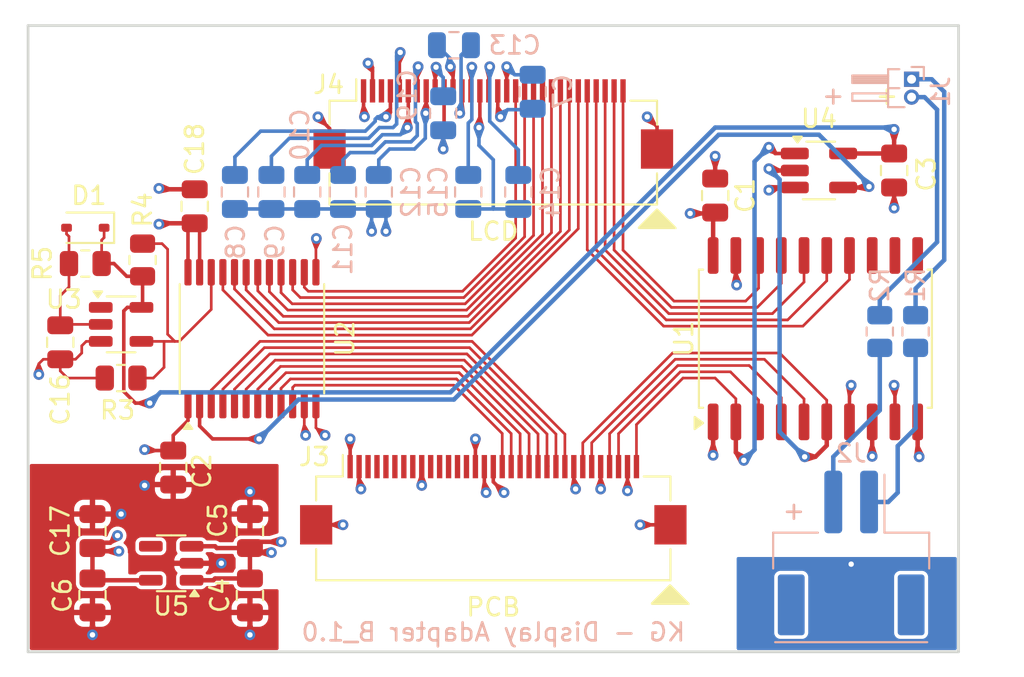
<source format=kicad_pcb>
(kicad_pcb (version 20240108) (generator "pcbnew") (generator_version "8.0")
  (layers (0 "F.Cu" signal) (1 "In1.Cu" signal) (2 "In2.Cu" signal) (31 "B.Cu" signal) (34 "B.Paste" user) (35 "F.Paste" user) (36 "B.SilkS" user "B.Silkscreen") (37 "F.SilkS" user "F.Silkscreen") (38 "B.Mask" user) (39 "F.Mask" user) (44 "Edge.Cuts" user))
  (net 0 "")
  (net 1 "+3V3")
  (net 2 "GND")
  (net 3 "+5V")
  (net 4 "Net-(J4-Pin_15)")
  (net 5 "Net-(J4-Pin_27)")
  (net 6 "Net-(J4-Pin_26)")
  (net 7 "Net-(J4-Pin_25)")
  (net 8 "Net-(J4-Pin_24)")
  (net 9 "Net-(J4-Pin_23)")
  (net 10 "Net-(J4-Pin_20)")
  (net 11 "Net-(J4-Pin_19)")
  (net 12 "Net-(J4-Pin_17)")
  (net 13 "Net-(J4-Pin_16)")
  (net 14 "Net-(J4-Pin_18)")
  (net 15 "Net-(J1-Pin_2)")
  (net 16 "Net-(J1-Pin_1)")
  (net 17 "Net-(J2-Pin_1)")
  (net 18 "Net-(J2-Pin_2)")
  (net 19 "/PCB_CS")
  (net 20 "/PCB_D6")
  (net 23 "/PCB_D7")
  (net 24 "/PCB_D3")
  (net 25 "/PCB_RD")
  (net 28 "/PCB_A0")
  (net 29 "/PCB_D4")
  (net 31 "/PCB_RES")
  (net 32 "/PCB_D2")
  (net 35 "/PCB_D0")
  (net 37 "/PCB_D5")
  (net 38 "/PCB_WR")
  (net 41 "/PCB_D1")
  (net 43 "/DISP_A0")
  (net 44 "/DISP_D1")
  (net 46 "/DISP_D5")
  (net 47 "/DISP_D4")
  (net 48 "/DISP_D2")
  (net 49 "/DISP_D3")
  (net 50 "/DISP_CS")
  (net 51 "/DISP_D7")
  (net 52 "/DISP_RD")
  (net 53 "/DISP_D6")
  (net 54 "/DISP_WR")
  (net 55 "/DISP_RES")
  (net 56 "/DISP_D0")
  (net 60 "Net-(U2-DIR)")
  (net 62 "Net-(D1-A)")
  (net 63 "Net-(U2-~{OE})")
  (footprint "Capacitor_SMD:C_0805_2012Metric" (layer "F.Cu") (at 177.975008 111.884999 90)
    (property "Reference" "C3")
    (property "Value" "100n")
  )
  (footprint "Capacitor_SMD:C_0805_2012Metric" (layer "F.Cu") (at 138.887508 113.884999 90)
    (property "Reference" "C18")
    (property "Value" "100n")
  )
  (footprint "Capacitor_SMD:C_0805_2012Metric" (layer "F.Cu") (at 137.687508 128.484999 90)
    (property "Reference" "C2")
    (property "Value" "100n")
  )
  (footprint "Package_TO_SOT_SMD:SOT-23-5" (layer "F.Cu") (at 134.775008 120.484999)
    (property "Reference" "U3")
    (property "Value" "SN74LVC1G14DBV")
  )
  (footprint "Capacitor_SMD:C_0805_2012Metric" (layer "F.Cu") (at 131.375008 121.484999 90)
    (property "Reference" "C16")
    (property "Value" "4u7")
  )
  (footprint "Capacitor_SMD:C_0805_2012Metric" (layer "F.Cu") (at 141.975008 132.034999 -90)
    (property "Reference" "C5")
    (property "Value" "10u")
  )
  (footprint "Package_SO:TSSOP-24_6.1x7.8mm_P0.65mm" (layer "F.Cu") (at 142.087508 121.284999 90)
    (property "Reference" "U2")
    (property "Value" "SN74LVC8T245")
  )
  (footprint "Resistor_SMD:R_0805_2012Metric" (layer "F.Cu") (at 132.775008 117.084999)
    (property "Reference" "R5")
    (property "Value" "25K")
  )
  (footprint "Capacitor_SMD:C_0805_2012Metric" (layer "F.Cu") (at 141.975008 135.634999 90)
    (property "Reference" "C4")
    (property "Value" "100n")
  )
  (footprint "Package_TO_SOT_SMD:SOT-23-5_HandSoldering" (layer "F.Cu") (at 173.775008 111.884999)
    (property "Reference" "U4")
    (property "Value" "NC7SZ32M5X")
  )
  (footprint "Package_SO:SOIC-20W_7.5x12.8mm_P1.27mm" (layer "F.Cu") (at 173.575008 121.284999 90)
    (property "Reference" "U1")
    (property "Value" "SN74LVC245APW")
  )
  (footprint "Package_TO_SOT_SMD:SOT-23-5" (layer "F.Cu") (at 137.575008 133.834999 180)
    (property "Reference" "U5")
    (property "Value" "TLV73333PDBV")
  )
  (footprint "Diode_SMD:D_SOD-323" (layer "F.Cu") (at 132.775008 115.084999 180)
    (property "Reference" "D1")
    (property "Value" "D")
  )
  (footprint "Library:Hirose_FH12-30S-0.5SH_1x30-1MP_P0.50mm_Horizontal_Reversed" (layer "F.Cu") (at 155.575008 109.284999)
    (property "Reference" "J4")
    (property "Value" "FFC 30Pin, FH12-30S-0.5SH")
  )
  (footprint "Capacitor_SMD:C_0805_2012Metric" (layer "F.Cu") (at 133.175008 135.634999 90)
    (property "Reference" "C6")
    (property "Value" "100n")
  )
  (footprint "Capacitor_SMD:C_0805_2012Metric" (layer "F.Cu") (at 133.175008 132.034999 -90)
    (property "Reference" "C17")
    (property "Value" "10u")
  )
  (footprint "Capacitor_SMD:C_0805_2012Metric" (layer "F.Cu") (at 167.975008 113.284999 -90)
    (property "Reference" "C1")
    (property "Value" "100n")
  )
  (footprint "Resistor_SMD:R_0805_2012Metric" (layer "F.Cu") (at 134.775008 123.484999)
    (property "Reference" "R3")
    (property "Value" "DNP")
  )
  (footprint "Library:Hirose_FH12-33S-0.5SH_1x33-1MP_P0.50mm_Horizontal_reversed" (layer "F.Cu") (at 155.575008 130.284999)
    (property "Reference" "J3")
    (property "Value" "FFC 33Pin, FH12-33S-0.5SH")
  )
  (footprint "Resistor_SMD:R_0805_2012Metric" (layer "F.Cu") (at 135.975008 116.884999 -90)
    (property "Reference" "R4")
    (property "Value" "10K")
  )
  (footprint "Capacitor_SMD:C_0805_2012Metric" (layer "B.Cu") (at 152.775008 108.684999 -90)
    (property "Reference" "C19")
    (property "Value" "100n")
  )
  (footprint "Capacitor_SMD:C_0805_2012Metric" (layer "B.Cu") (at 153.375008 104.884999)
    (property "Reference" "C13")
    (property "Value" "1.5u")
  )
  (footprint "Capacitor_SMD:C_0805_2012Metric" (layer "B.Cu") (at 156.975008 113.084999 -90)
    (property "Reference" "C14")
    (property "Value" "1.5u")
  )
  (footprint "Capacitor_SMD:C_0805_2012Metric" (layer "B.Cu") (at 141.135008 113.084999 90)
    (property "Reference" "C8")
    (property "Value" "1.5u")
  )
  (footprint "Resistor_SMD:R_0805_2012Metric" (layer "B.Cu") (at 179.175008 120.884999 -90)
    (property "Reference" "R1")
    (property "Value" "160")
  )
  (footprint "Library:CJT_A2001WR-S-2P_SMT_1x02-1MP_P2.00mm_Horizontal" (layer "B.Cu") (at 175.575008 133.284999 180)
    (property "Reference" "J2")
    (property "Value" "CJT_A2001WR-S-2P_SMT")
  )
  (footprint "Capacitor_SMD:C_0805_2012Metric" (layer "B.Cu") (at 145.175008 113.084999 -90)
    (property "Reference" "C10")
    (property "Value" "1.5u")
  )
  (footprint "Capacitor_SMD:C_0805_2012Metric" (layer "B.Cu") (at 143.175008 113.084999 -90)
    (property "Reference" "C9")
    (property "Value" "1.5u")
  )
  (footprint "Capacitor_SMD:C_0805_2012Metric" (layer "B.Cu") (at 149.175008 113.084999 -90)
    (property "Reference" "C12")
    (property "Value" "1.5u")
  )
  (footprint "Resistor_SMD:R_0805_2012Metric" (layer "B.Cu") (at 177.175008 120.884999 -90)
    (property "Reference" "R2")
    (property "Value" "160")
  )
  (footprint "Capacitor_SMD:C_0805_2012Metric" (layer "B.Cu") (at 147.175008 113.084999 -90)
    (property "Reference" "C11")
    (property "Value" "1.5u")
  )
  (footprint "Capacitor_SMD:C_0805_2012Metric" (layer "B.Cu") (at 157.775008 107.484999 90)
    (property "Reference" "C7")
    (property "Value" "1.5u")
  )
  (footprint "Capacitor_SMD:C_0805_2012Metric" (layer "B.Cu") (at 154.175008 113.084999 -90)
    (property "Reference" "C15")
    (property "Value" "1.5u")
  )
  (footprint "Connector_PinHeader_1.00mm:PinHeader_1x02_P1.00mm_Horizontal" (layer "B.Cu") (at 178.950008 106.784999 180)
    (property "Reference" "J1")
    (property "Value" "Conn_01x02")
  )
  (gr_poly (pts (xy 165.725008 115.084999) (xy 163.725008 115.084999) (xy 164.725008 114.084999)) (stroke (width 0.15)) (fill solid) (layer "F.SilkS"))
  (gr_poly (pts (xy 166.453101 136.084999) (xy 164.453101 136.084999) (xy 165.453101 135.084999)) (stroke (width 0.15)) (fill solid) (layer "F.SilkS"))
  (gr_line (start 129.575008 138.784999) (end 129.575008 103.784999) (stroke (width 0.15)) (layer "Edge.Cuts"))
  (gr_line (start 181.575008 138.784999) (end 181.575008 103.784999) (stroke (width 0.15)) (layer "Edge.Cuts"))
  (gr_line (start 129.575008 103.784999) (end 181.575008 103.784999) (stroke (width 0.15)) (layer "Edge.Cuts"))
  (gr_line (start 181.575008 138.784999) (end 129.575008 138.784999) (stroke (width 0.15)) (layer "Edge.Cuts"))
  (gr_text "+" (at 174.575008 107.684999 0) (layer "B.SilkS") (effects (font (size 1 1)) (justify mirror)))
  (gr_text "+" (at 172.375008 130.884999 0) (layer "B.SilkS") (effects (font (size 1 1)) (justify mirror)))
  (gr_text "KG - Display Adapter B_1.0" (at 155.575008 137.684999 0) (layer "B.SilkS") (effects (font (size 1 1)) (justify mirror)))
  (gr_text "+" (at 177.575008 107.684999 0) (layer "F.SilkS") (effects (font (size 1 1)) (justify mirror)))
  (gr_text "LCD" (at 155.575008 115.284999 0) (layer "F.SilkS") (effects (font (size 1 1))))
  (gr_text "PCB" (at 155.575008 136.284999 0) (layer "F.SilkS") (effects (font (size 1 1))))
  (segment (start 136.937508 114.834999) (end 136.887508 114.884999) (width 0.25) (layer "F.Cu") (net 1))
  (segment (start 138.887508 114.834999) (end 136.937508 114.834999) (width 0.25) (layer "F.Cu") (net 1))
  (segment (start 167.860008 114.349999) (end 167.975008 114.234999) (width 0.25) (layer "F.Cu") (net 1))
  (segment (start 167.860008 116.634999) (end 167.860008 114.349999) (width 0.25) (layer "F.Cu") (net 1))
  (segment (start 167.925008 114.284999) (end 166.575008 114.284999) (width 0.25) (layer "F.Cu") (net 1))
  (segment (start 133.275008 134.784999) (end 133.175008 134.684999) (width 0.25) (layer "F.Cu") (net 1))
  (segment (start 133.475008 132.684999) (end 133.775008 132.684999) (width 0.25) (layer "F.Cu") (net 1))
  (segment (start 167.975008 114.234999) (end 167.925008 114.284999) (width 0.25) (layer "F.Cu") (net 1))
  (segment (start 133.475008 132.684999) (end 134.175008 132.684999) (width 0.25) (layer "F.Cu") (net 1))
  (segment (start 152.325008 106.159999) (end 152.375008 106.109999) (width 0.2) (layer "F.Cu") (net 1))
  (segment (start 139.162508 117.572499) (end 139.162508 115.109999) (width 0.2) (layer "F.Cu") (net 1))
  (segment (start 148.325008 108.834999) (end 148.375008 108.884999) (width 0.2) (layer "F.Cu") (net 1))
  (segment (start 152.325008 107.434999) (end 152.325008 106.159999) (width 0.2) (layer "F.Cu") (net 1))
  (segment (start 167.775008 127.884999) (end 167.860008 127.799999) (width 0.25) (layer "F.Cu") (net 1))
  (segment (start 133.175008 132.984999) (end 133.175008 134.684999) (width 0.25) (layer "F.Cu") (net 1))
  (segment (start 134.650008 133.159999) (end 133.350008 133.159999) (width 0.25) (layer "F.Cu") (net 1))
  (segment (start 138.512508 117.572499) (end 138.512508 115.209999) (width 0.2) (layer "F.Cu") (net 1))
  (segment (start 134.175008 132.684999) (end 134.575008 132.284999) (width 0.25) (layer "F.Cu") (net 1))
  (segment (start 148.325008 107.434999) (end 148.325008 108.834999) (width 0.2) (layer "F.Cu") (net 1))
  (segment (start 139.162508 115.109999) (end 138.887508 114.834999) (width 0.2) (layer "F.Cu") (net 1))
  (segment (start 133.175008 132.984999) (end 133.475008 132.684999) (width 0.25) (layer "F.Cu") (net 1))
  (segment (start 167.860008 125.934999) (end 167.860008 127.799999) (width 0.25) (layer "F.Cu") (net 1))
  (segment (start 136.437508 134.784999) (end 133.275008 134.784999) (width 0.25) (layer "F.Cu") (net 1))
  (segment (start 138.512508 115.209999) (end 138.887508 114.834999) (width 0.2) (layer "F.Cu") (net 1))
  (segment (start 133.350008 133.159999) (end 133.175008 132.984999) (width 0.25) (layer "F.Cu") (net 1))
  (via (at 167.860008 127.799999) (size 0.6) (drill 0.3) (layers "F.Cu" "B.Cu") (net 1))
  (via (at 134.650008 133.159999) (size 0.6) (drill 0.3) (layers "F.Cu" "B.Cu") (net 1))
  (via (at 152.375008 106.109999) (size 0.6) (drill 0.3) (layers "F.Cu" "B.Cu") (net 1))
  (via (at 148.775008 115.284999) (size 0.6) (drill 0.3) (layers "F.Cu" "B.Cu") (net 1))
  (via (at 148.375008 108.884999) (size 0.6) (drill 0.3) (layers "F.Cu" "B.Cu") (net 1))
  (via (at 149.575008 115.284999) (size 0.6) (drill 0.3) (layers "F.Cu" "B.Cu") (net 1))
  (via (at 136.887508 114.884999) (size 0.6) (drill 0.3) (layers "F.Cu" "B.Cu") (net 1))
  (via (at 166.575008 114.284999) (size 0.6) (drill 0.3) (layers "F.Cu" "B.Cu") (net 1))
  (via (at 134.575008 132.284999) (size 0.6) (drill 0.3) (layers "F.Cu" "B.Cu") (net 1))
  (segment (start 149.025008 114.034999) (end 148.775008 114.284999) (width 0.2) (layer "B.Cu") (net 1))
  (segment (start 148.775008 114.284999) (end 148.775008 115.284999) (width 0.2) (layer "B.Cu") (net 1))
  (segment (start 149.175008 114.034999) (end 149.025008 114.034999) (width 0.2) (layer "B.Cu") (net 1))
  (segment (start 152.375008 106.284999) (end 152.775008 106.684999) (width 0.2) (layer "B.Cu") (net 1))
  (segment (start 149.175008 114.034999) (end 147.175008 114.034999) (width 0.2) (layer "B.Cu") (net 1))
  (segment (start 149.175008 114.034999) (end 149.325008 114.034999) (width 0.2) (layer "B.Cu") (net 1))
  (segment (start 149.325008 114.034999) (end 149.575008 114.284999) (width 0.2) (layer "B.Cu") (net 1))
  (segment (start 141.135008 114.034999) (end 143.175008 114.034999) (width 0.2) (layer "B.Cu") (net 1))
  (segment (start 152.375008 106.109999) (end 152.375008 106.284999) (width 0.2) (layer "B.Cu") (net 1))
  (segment (start 145.175008 114.034999) (end 147.175008 114.034999) (width 0.2) (layer "B.Cu") (net 1))
  (segment (start 143.175008 114.034999) (end 145.175008 114.034999) (width 0.2) (layer "B.Cu") (net 1))
  (segment (start 149.575008 114.284999) (end 149.575008 115.284999) (width 0.2) (layer "B.Cu") (net 1))
  (segment (start 152.775008 106.684999) (end 152.775008 107.734999) (width 0.2) (layer "B.Cu") (net 1))
  (segment (start 177.975008 112.834999) (end 177.975008 113.984999) (width 0.25) (layer "F.Cu") (net 2))
  (segment (start 147.575008 128.434999) (end 147.575008 126.884999) (width 0.2) (layer "F.Cu") (net 2))
  (segment (start 133.175008 131.084999) (end 134.775008 131.084999) (width 0.2) (layer "F.Cu") (net 2))
  (segment (start 179.290008 127.799999) (end 179.375008 127.884999) (width 0.25) (layer "F.Cu") (net 2))
  (segment (start 169.130008 118.239999) (end 169.175008 118.284999) (width 0.25) (layer "F.Cu") (net 2))
  (segment (start 132.825008 121.434999) (end 132.575008 121.684999) (width 0.15) (layer "F.Cu") (net 2))
  (segment (start 146.425008 109.534999) (end 146.425008 110.684999) (width 0.2) (layer "F.Cu") (net 2))
  (segment (start 178.020008 125.934999) (end 178.020008 123.929999) (width 0.2) (layer "F.Cu") (net 2))
  (segment (start 145.012508 126.609999) (end 145.087508 126.684999) (width 0.15) (layer "F.Cu") (net 2))
  (segment (start 131.775008 123.484999) (end 131.375008 123.084999) (width 0.15) (layer "F.Cu") (net 2))
  (segment (start 176.775008 127.884999) (end 176.750008 127.859999) (width 0.25) (layer "F.Cu") (net 2))
  (segment (start 165.475008 131.684999) (end 163.775008 131.684999) (width 0.2) (layer "F.Cu") (net 2))
  (segment (start 141.975008 136.584999) (end 141.975008 137.834999) (width 0.25) (layer "F.Cu") (net 2))
  (segment (start 152.775008 109.984999) (end 152.775008 110.684999) (width 0.2) (layer "F.Cu") (net 2))
  (segment (start 164.725008 109.434999) (end 164.725008 110.684999) (width 0.2) (layer "F.Cu") (net 2))
  (segment (start 175.480008 123.979999) (end 175.575008 123.884999) (width 0.2) (layer "F.Cu") (net 2))
  (segment (start 145.675008 131.684999) (end 147.175008 131.684999) (width 0.2) (layer "F.Cu") (net 2))
  (segment (start 131.375008 123.084999) (end 131.375008 122.434999) (width 0.15) (layer "F.Cu") (net 2))
  (segment (start 152.825008 109.934999) (end 152.775008 109.984999) (width 0.2) (layer "F.Cu") (net 2))
  (segment (start 136.937508 112.934999) (end 136.887508 112.884999) (width 0.25) (layer "F.Cu") (net 2))
  (segment (start 179.290008 125.934999) (end 179.290008 127.799999) (width 0.25) (layer "F.Cu") (net 2))
  (segment (start 133.637508 121.434999) (end 132.825008 121.434999) (width 0.15) (layer "F.Cu") (net 2))
  (segment (start 171.125008 112.834999) (end 170.975008 112.984999) (width 0.25) (layer "F.Cu") (net 2))
  (segment (start 133.862508 123.484999) (end 131.775008 123.484999) (width 0.15) (layer "F.Cu") (net 2))
  (segment (start 138.887508 112.934999) (end 136.937508 112.934999) (width 0.25) (layer "F.Cu") (net 2))
  (segment (start 146.087508 126.684999) (end 146.175008 126.684999) (width 0.15) (layer "F.Cu") (net 2))
  (segment (start 148.575008 105.884999) (end 148.825008 106.134999) (width 0.2) (layer "F.Cu") (net 2))
  (segment (start 172.425008 112.834999) (end 171.125008 112.834999) (width 0.25) (layer "F.Cu") (net 2))
  (segment (start 169.130008 116.634999) (end 169.130008 118.239999) (width 0.25) (layer "F.Cu") (net 2))
  (segment (start 167.975008 112.334999) (end 167.975008 111.084999) (width 0.25) (layer "F.Cu") (net 2))
  (segment (start 145.662508 115.709999) (end 145.687508 115.684999) (width 0.15) (layer "F.Cu") (net 2))
  (segment (start 145.012508 124.997499) (end 145.012508 126.609999) (width 0.15) (layer "F.Cu") (net 2))
  (segment (start 154.575008 128.434999) (end 154.575008 126.884999) (width 0.2) (layer "F.Cu") (net 2))
  (segment (start 145.662508 124.997499) (end 145.662508 126.259999) (width 0.15) (layer "F.Cu") (net 2))
  (segment (start 161.575008 128.434999) (end 161.575008 129.684999) (width 0.2) (layer "F.Cu") (net 2))
  (segment (start 178.020008 123.929999) (end 177.975008 123.884999) (width 0.2) (layer "F.Cu") (net 2))
  (segment (start 176.750008 125.934999) (end 176.750008 127.859999) (width 0.25) (layer "F.Cu") (net 2))
  (segment (start 164.175008 108.884999) (end 164.725008 109.434999) (width 0.2) (layer "F.Cu") (net 2))
  (segment (start 148.825008 106.134999) (end 148.825008 107.434999) (width 0.2) (layer "F.Cu") (net 2))
  (segment (start 130.175008 122.684999) (end 130.175008 123.284999) (width 0.15) (layer "F.Cu") (net 2))
  (segment (start 132.575008 122.084999) (end 132.225008 122.434999) (width 0.15) (layer "F.Cu") (net 2))
  (segment (start 131.375008 122.434999) (end 130.425008 122.434999) (width 0.15) (layer "F.Cu") (net 2))
  (segment (start 145.662508 117.572499) (end 145.662508 115.709999) (width 0.15) (layer "F.Cu") (net 2))
  (segment (start 137.687508 129.434999) (end 136.137508 129.434999) (width 0.2) (layer "F.Cu") (net 2))
  (segment (start 130.425008 122.434999) (end 130.175008 122.684999) (width 0.15) (layer "F.Cu") (net 2))
  (segment (start 132.225008 122.434999) (end 131.375008 122.434999) (width 0.15) (layer "F.Cu") (net 2))
  (segment (start 136.137508 129.434999) (end 136.087508 129.484999) (width 0.2) (layer "F.Cu") (net 2))
  (segment (start 156.325008 106.084999) (end 156.325008 107.434999) (width 0.2) (layer "F.Cu") (net 2))
  (segment (start 133.175008 137.834999) (end 133.175008 136.477086) (width 0.25) (layer "F.Cu") (net 2))
  (segment (start 133.175008 136.584999) (end 133.175008 137.834999) (width 0.25) (layer "F.Cu") (net 2))
  (segment (start 141.975008 131.084999) (end 141.975008 129.834999) (width 0.25) (layer "F.Cu") (net 2))
  (segment (start 132.575008 121.684999) (end 132.575008 122.084999) (width 0.15) (layer "F.Cu") (net 2))
  (segment (start 151.575008 128.434999) (end 151.575008 129.484999) (width 0.2) (layer "F.Cu") (net 2))
  (segment (start 138.712508 133.834999) (end 140.375008 133.834999) (width 0.25) (layer "F.Cu") (net 2))
  (segment (start 145.775008 108.884999) (end 146.425008 109.534999) (width 0.2) (layer "F.Cu") (net 2))
  (segment (start 175.480008 125.934999) (end 175.480008 123.979999) (width 0.2) (layer "F.Cu") (net 2))
  (segment (start 152.825008 109.934999) (end 152.825008 107.434999) (width 0.2) (layer "F.Cu") (net 2))
  (segment (start 141.975008 137.834999) (end 141.975008 136.509999) (width 0.25) (layer "F.Cu") (net 2))
  (segment (start 145.662508 126.259999) (end 146.087508 126.684999) (width 0.15) (layer "F.Cu") (net 2))
  (via (at 140.375008 133.834999) (size 0.6) (drill 0.3) (layers "F.Cu" "B.Cu") (net 2))
  (via (at 148.575008 105.884999) (size 0.6) (drill 0.3) (layers "F.Cu" "B.Cu") (net 2))
  (via (at 161.575008 129.684999) (size 0.6) (drill 0.3) (layers "F.Cu" "B.Cu") (net 2))
  (via (at 177.975008 123.884999) (size 0.6) (drill 0.3) (layers "F.Cu" "B.Cu") (net 2))
  (via (at 163.775008 131.684999) (size 0.6) (drill 0.3) (layers "F.Cu" "B.Cu") (net 2))
  (via (at 170.975008 112.984999) (size 0.6) (drill 0.3) (layers "F.Cu" "B.Cu") (net 2))
  (via (at 141.975008 129.834999) (size 0.6) (drill 0.3) (layers "F.Cu" "B.Cu") (net 2))
  (via (at 154.575008 126.884999) (size 0.6) (drill 0.3) (layers "F.Cu" "B.Cu") (net 2))
  (via (at 156.325008 106.084999) (size 0.6) (drill 0.3) (layers "F.Cu" "B.Cu") (net 2))
  (via (at 167.975008 111.084999) (size 0.6) (drill 0.3) (layers "F.Cu" "B.Cu") (net 2))
  (via (at 130.175008 123.284999) (size 0.6) (drill 0.3) (layers "F.Cu" "B.Cu") (net 2))
  (via (at 133.175008 137.834999) (size 0.6) (drill 0.3) (layers "F.Cu" "B.Cu") (net 2))
  (via (at 145.775008 108.884999) (size 0.6) (drill 0.3) (layers "F.Cu" "B.Cu") (net 2))
  (via (at 145.087508 126.684999) (size 0.6) (drill 0.3) (layers "F.Cu" "B.Cu") (net 2))
  (via (at 136.087508 129.484999) (size 0.6) (drill 0.3) (layers "F.Cu" "B.Cu") (net 2))
  (via (at 134.775008 131.084999) (size 0.6) (drill 0.3) (layers "F.Cu" "B.Cu") (net 2))
  (via (at 145.687508 115.684999) (size 0.6) (drill 0.3) (layers "F.Cu" "B.Cu") (net 2))
  (via (at 151.575008 129.484999) (size 0.6) (drill 0.3) (layers "F.Cu" "B.Cu") (net 2))
  (via (at 136.887508 112.884999) (size 0.6) (drill 0.3) (layers "F.Cu" "B.Cu") (net 2))
  (via (at 147.575008 126.884999) (size 0.6) (drill 0.3) (layers "F.Cu" "B.Cu") (net 2))
  (via (at 176.750008 127.859999) (size 0.6) (drill 0.3) (layers "F.Cu" "B.Cu") (net 2))
  (via (at 152.775008 110.684999) (size 0.6) (drill 0.3) (layers "F.Cu" "B.Cu") (net 2))
  (via (at 175.575008 123.884999) (size 0.6) (drill 0.3) (layers "F.Cu" "B.Cu") (net 2))
  (via (at 146.175008 126.684999) (size 0.6) (drill 0.3) (layers "F.Cu" "B.Cu") (net 2))
  (via (at 164.175008 108.884999) (size 0.6) (drill 0.3) (layers "F.Cu" "B.Cu") (net 2))
  (via (at 175.575008 133.884999) (size 0.6) (drill 0.3) (layers "F.Cu" "B.Cu") (net 2))
  (via (at 179.375008 127.884999) (size 0.6) (drill 0.3) (layers "F.Cu" "B.Cu") (net 2))
  (via (at 177.975008 113.984999) (size 0.6) (drill 0.3) (layers "F.Cu" "B.Cu") (net 2))
  (via (at 147.175008 131.684999) (size 0.6) (drill 0.3) (layers "F.Cu" "B.Cu") (net 2))
  (via (at 169.175008 118.284999) (size 0.6) (drill 0.3) (layers "F.Cu" "B.Cu") (net 2))
  (via (at 141.975008 137.834999) (size 0.6) (drill 0.3) (layers "F.Cu" "B.Cu") (net 2))
  (segment (start 156.775008 106.534999) (end 156.325008 106.084999) (width 0.2) (layer "B.Cu") (net 2))
  (segment (start 152.775008 109.634999) (end 152.775008 110.684999) (width 0.2) (layer "B.Cu") (net 2))
  (segment (start 157.775008 106.534999) (end 156.775008 106.534999) (width 0.2) (layer "B.Cu") (net 2))
  (segment (start 155.575008 129.284999) (end 156.175008 129.884999) (width 0.2) (layer "F.Cu") (net 3))
  (segment (start 177.975008 110.934999) (end 177.975008 109.584999) (width 0.25) (layer "F.Cu") (net 3))
  (segment (start 135.912508 119.534999) (end 135.125008 119.534999) (width 0.2) (layer "F.Cu") (net 3))
  (segment (start 155.075008 128.434999) (end 155.075008 129.784999) (width 0.2) (layer "F.Cu") (net 3))
  (segment (start 141.975008 132.984999) (end 142.325008 132.634999) (width 0.25) (layer "F.Cu") (net 3))
  (segment (start 140.025008 132.884999) (end 140.125008 132.984999) (width 0.25) (layer "F.Cu") (net 3))
  (segment (start 141.775008 133.234999) (end 143.175008 133.234999) (width 0.25) (layer "F.Cu") (net 3))
  (segment (start 133.825008 115.084999) (end 133.825008 115.634999) (width 0.15) (layer "F.Cu") (net 3))
  (segment (start 135.975008 119.472499) (end 135.912508 119.534999) (width 0.2) (layer "F.Cu") (net 3))
  (segment (start 155.575008 128.434999) (end 155.575008 129.284999) (width 0.2) (layer "F.Cu") (net 3))
  (segment (start 133.687508 115.772499) (end 133.687508 117.084999) (width 0.15) (layer "F.Cu") (net 3))
  (segment (start 136.137508 127.534999) (end 136.087508 127.484999) (width 0.2) (layer "F.Cu") (net 3))
  (segment (start 134.375008 117.084999) (end 133.687508 117.084999) (width 0.2) (layer "F.Cu") (net 3))
  (segment (start 134.925008 119.734999) (end 134.925008 124.234999) (width 0.2) (layer "F.Cu") (net 3))
  (segment (start 133.825008 115.634999) (end 133.687508 115.772499) (width 0.15) (layer "F.Cu") (net 3))
  (segment (start 160.075008 128.434999) (end 160.075008 129.584999) (width 0.2) (layer "F.Cu") (net 3))
  (segment (start 155.075008 129.784999) (end 155.175008 129.884999) (width 0.2) (layer "F.Cu") (net 3))
  (segment (start 137.712508 127.509999) (end 137.687508 127.534999) (width 0.2) (layer "F.Cu") (net 3))
  (segment (start 135.575008 124.884999) (end 136.375008 124.884999) (width 0.2) (layer "F.Cu") (net 3))
  (segment (start 135.125008 119.534999) (end 134.925008 119.734999) (width 0.2) (layer "F.Cu") (net 3))
  (segment (start 138.712508 132.884999) (end 140.025008 132.884999) (width 0.25) (layer "F.Cu") (net 3))
  (segment (start 163.075008 128.434999) (end 163.075008 129.784999) (width 0.2) (layer "F.Cu") (net 3))
  (segment (start 140.025008 134.684999) (end 141.975008 134.684999) (width 0.25) (layer "F.Cu") (net 3))
  (segment (start 163.175008 129.884999) (end 163.075008 129.784999) (width 0.2) (layer "F.Cu") (net 3))
  (segment (start 135.087508 117.797499) (end 134.375008 117.084999) (width 0.2) (layer "F.Cu") (net 3))
  (segment (start 135.975008 117.797499) (end 135.087508 117.797499) (width 0.2) (layer "F.Cu") (net 3))
  (segment (start 134.925008 124.234999) (end 135.575008 124.884999) (width 0.2) (layer "F.Cu") (net 3))
  (segment (start 138.512508 125.859999) (end 137.687508 126.684999) (width 0.2) (layer "F.Cu") (net 3))
  (segment (start 139.925008 134.784999) (end 140.025008 134.684999) (width 0.25) (layer "F.Cu") (net 3))
  (segment (start 137.687508 127.534999) (end 136.137508 127.534999) (width 0.2) (layer "F.Cu") (net 3))
  (segment (start 148.075008 129.584999) (end 148.175008 129.684999) (width 0.2) (layer "F.Cu") (net 3))
  (segment (start 140.125008 132.984999) (end 141.975008 132.984999) (width 0.25) (layer "F.Cu") (net 3))
  (segment (start 175.125008 110.934999) (end 177.975008 110.934999) (width 0.25) (layer "F.Cu") (net 3))
  (segment (start 142.325008 132.634999) (end 143.725008 132.634999) (width 0.25) (layer "F.Cu") (net 3))
  (segment (start 138.512508 124.997499) (end 138.512508 125.859999) (width 0.2) (layer "F.Cu") (net 3))
  (segment (start 141.975008 132.984999) (end 141.975008 134.684999) (width 0.25) (layer "F.Cu") (net 3))
  (segment (start 138.712508 134.784999) (end 139.925008 134.784999) (width 0.25) (layer "F.Cu") (net 3))
  (segment (start 148.075008 128.434999) (end 148.075008 129.584999) (width 0.2) (layer "F.Cu") (net 3))
  (segment (start 135.975008 117.797499) (end 135.975008 119.472499) (width 0.2) (layer "F.Cu") (net 3))
  (segment (start 160.075008 129.584999) (end 160.175008 129.684999) (width 0.2) (layer "F.Cu") (net 3))
  (segment (start 137.687508 126.684999) (end 137.687508 127.534999) (width 0.2) (layer "F.Cu") (net 3))
  (via (at 160.175008 129.684999) (size 0.6) (drill 0.3) (layers "F.Cu" "B.Cu") (net 3))
  (via (at 156.175008 129.884999) (size 0.6) (drill 0.3) (layers "F.Cu" "B.Cu") (net 3))
  (via (at 136.087508 127.484999) (size 0.6) (drill 0.3) (layers "F.Cu" "B.Cu") (net 3))
  (via (at 155.175008 129.884999) (size 0.6) (drill 0.3) (layers "F.Cu" "B.Cu") (net 3))
  (via (at 148.175008 129.684999) (size 0.6) (drill 0.3) (layers "F.Cu" "B.Cu") (net 3))
  (via (at 177.975008 109.584999) (size 0.6) (drill 0.3) (layers "F.Cu" "B.Cu") (net 3))
  (via (at 163.075008 129.784999) (size 0.6) (drill 0.3) (layers "F.Cu" "B.Cu") (net 3))
  (via (at 143.175008 133.234999) (size 0.6) (drill 0.3) (layers "F.Cu" "B.Cu") (net 3))
  (via (at 136.375008 124.884999) (size 0.6) (drill 0.3) (layers "F.Cu" "B.Cu") (net 3))
  (via (at 143.725008 132.634999) (size 0.6) (drill 0.3) (layers "F.Cu" "B.Cu") (net 3))
  (segment (start 136.975008 124.284999) (end 153.175008 124.284999) (width 0.25) (layer "B.Cu") (net 3))
  (segment (start 167.975008 109.484999) (end 177.875008 109.484999) (width 0.25) (layer "B.Cu") (net 3))
  (segment (start 136.375008 124.884999) (end 136.975008 124.284999) (width 0.25) (layer "B.Cu") (net 3))
  (segment (start 177.875008 109.484999) (end 177.975008 109.584999) (width 0.25) (layer "B.Cu") (net 3))
  (segment (start 153.175008 124.284999) (end 167.975008 109.484999) (width 0.25) (layer "B.Cu") (net 3))
  (segment (start 155.825008 107.434999) (end 155.825008 108.734999) (width 0.2) (layer "F.Cu") (net 4))
  (segment (start 155.825008 108.734999) (end 155.975008 108.884999) (width 0.2) (layer "F.Cu") (net 4))
  (via (at 155.975008 108.884999) (size 0.6) (drill 0.3) (layers "F.Cu" "B.Cu") (net 4))
  (segment (start 157.725008 108.484999) (end 157.775008 108.434999) (width 0.2) (layer "B.Cu") (net 4))
  (segment (start 156.375008 108.484999) (end 157.725008 108.484999) (width 0.2) (layer "B.Cu") (net 4))
  (segment (start 155.975008 108.884999) (end 156.375008 108.484999) (width 0.2) (layer "B.Cu") (net 4))
  (segment (start 149.825008 108.634999) (end 149.825008 107.434999) (width 0.2) (layer "F.Cu") (net 5))
  (segment (start 149.575008 108.884999) (end 149.825008 108.634999) (width 0.2) (layer "F.Cu") (net 5))
  (via (at 149.575008 108.884999) (size 0.6) (drill 0.3) (layers "F.Cu" "B.Cu") (net 5))
  (segment (start 149.109323 108.884999) (end 148.975008 109.019314) (width 0.2) (layer "B.Cu") (net 5))
  (segment (start 142.575008 109.684999) (end 141.135008 111.124999) (width 0.2) (layer "B.Cu") (net 5))
  (segment (start 148.975008 109.133528) (end 148.423537 109.684999) (width 0.2) (layer "B.Cu") (net 5))
  (segment (start 148.975008 109.019314) (end 148.975008 109.133528) (width 0.2) (layer "B.Cu") (net 5))
  (segment (start 149.575008 108.884999) (end 149.109323 108.884999) (width 0.2) (layer "B.Cu") (net 5))
  (segment (start 141.135008 111.124999) (end 141.135008 112.134999) (width 0.2) (layer "B.Cu") (net 5))
  (segment (start 148.423537 109.684999) (end 142.575008 109.684999) (width 0.2) (layer "B.Cu") (net 5))
  (segment (start 150.325008 107.434999) (end 150.325008 105.334999) (width 0.2) (layer "F.Cu") (net 6))
  (segment (start 150.325008 105.334999) (end 150.375008 105.284999) (width 0.2) (layer "F.Cu") (net 6))
  (via (at 150.375008 105.284999) (size 0.6) (drill 0.3) (layers "F.Cu" "B.Cu") (net 6))
  (segment (start 150.175008 109.284999) (end 149.975008 109.484999) (width 0.2) (layer "B.Cu") (net 6))
  (segment (start 149.209323 109.484999) (end 148.609323 110.084999) (width 0.2) (layer "B.Cu") (net 6))
  (segment (start 148.609323 110.084999) (end 144.175008 110.084999) (width 0.2) (layer "B.Cu") (net 6))
  (segment (start 144.175008 110.084999) (end 143.175008 111.084999) (width 0.2) (layer "B.Cu") (net 6))
  (segment (start 150.375008 105.284999) (end 150.175008 105.484999) (width 0.2) (layer "B.Cu") (net 6))
  (segment (start 149.975008 109.484999) (end 149.209323 109.484999) (width 0.2) (layer "B.Cu") (net 6))
  (segment (start 150.175008 105.484999) (end 150.175008 109.284999) (width 0.2) (layer "B.Cu") (net 6))
  (segment (start 143.175008 111.084999) (end 143.175008 112.134999) (width 0.2) (layer "B.Cu") (net 6))
  (segment (start 150.825008 109.434999) (end 150.775008 109.484999) (width 0.2) (layer "F.Cu") (net 7))
  (segment (start 150.825008 107.434999) (end 150.825008 109.434999) (width 0.2) (layer "F.Cu") (net 7))
  (via (at 150.775008 109.484999) (size 0.6) (drill 0.3) (layers "F.Cu" "B.Cu") (net 7))
  (segment (start 150.775008 109.484999) (end 150.375008 109.884999) (width 0.2) (layer "B.Cu") (net 7))
  (segment (start 148.775008 110.484999) (end 145.975008 110.484999) (width 0.2) (layer "B.Cu") (net 7))
  (segment (start 149.375008 109.884999) (end 148.775008 110.484999) (width 0.2) (layer "B.Cu") (net 7))
  (segment (start 150.375008 109.884999) (end 149.375008 109.884999) (width 0.2) (layer "B.Cu") (net 7))
  (segment (start 145.975008 110.484999) (end 145.175008 111.284999) (width 0.2) (layer "B.Cu") (net 7))
  (segment (start 145.175008 111.284999) (end 145.175008 112.134999) (width 0.2) (layer "B.Cu") (net 7))
  (segment (start 151.325008 106.134999) (end 151.375008 106.084999) (width 0.2) (layer "F.Cu") (net 8))
  (segment (start 151.325008 107.434999) (end 151.325008 106.134999) (width 0.2) (layer "F.Cu") (net 8))
  (via (at 151.375008 106.084999) (size 0.6) (drill 0.3) (layers "F.Cu" "B.Cu") (net 8))
  (segment (start 151.225008 106.234999) (end 151.225008 109.157181) (width 0.2) (layer "B.Cu") (net 8))
  (segment (start 148.940694 110.884999) (end 147.575008 110.884999) (width 0.2) (layer "B.Cu") (net 8))
  (segment (start 151.325008 109.934999) (end 150.975008 110.284999) (width 0.2) (layer "B.Cu") (net 8))
  (segment (start 150.975008 110.284999) (end 149.540694 110.284999) (width 0.2) (layer "B.Cu") (net 8))
  (segment (start 149.540694 110.284999) (end 148.940694 110.884999) (width 0.2) (layer "B.Cu") (net 8))
  (segment (start 151.375008 106.084999) (end 151.225008 106.234999) (width 0.2) (layer "B.Cu") (net 8))
  (segment (start 151.225008 109.157181) (end 151.325008 109.257181) (width 0.2) (layer "B.Cu") (net 8))
  (segment (start 151.325008 109.257181) (end 151.325008 109.934999) (width 0.2) (layer "B.Cu") (net 8))
  (segment (start 147.175008 111.284999) (end 147.175008 112.134999) (width 0.2) (layer "B.Cu") (net 8))
  (segment (start 147.575008 110.884999) (end 147.175008 111.284999) (width 0.2) (layer "B.Cu") (net 8))
  (segment (start 151.825008 108.684999) (end 151.825008 107.434999) (width 0.2) (layer "F.Cu") (net 9))
  (via (at 151.800008 108.684999) (size 0.6) (drill 0.3) (layers "F.Cu" "B.Cu") (net 9))
  (segment (start 151.825008 108.684999) (end 151.775008 108.734999) (width 0.2) (layer "B.Cu") (net 9))
  (segment (start 149.175008 111.284999) (end 149.175008 112.134999) (width 0.2) (layer "B.Cu") (net 9))
  (segment (start 149.775008 110.684999) (end 149.175008 111.284999) (width 0.2) (layer "B.Cu") (net 9))
  (segment (start 151.800008 108.684999) (end 151.775008 108.709999) (width 0.2) (layer "B.Cu") (net 9))
  (segment (start 151.775008 108.709999) (end 151.775008 110.084999) (width 0.2) (layer "B.Cu") (net 9))
  (segment (start 151.175008 110.684999) (end 149.775008 110.684999) (width 0.2) (layer "B.Cu") (net 9))
  (segment (start 151.775008 110.084999) (end 151.175008 110.684999) (width 0.2) (layer "B.Cu") (net 9))
  (segment (start 153.325008 106.234999) (end 153.175008 106.084999) (width 0.2) (layer "F.Cu") (net 10))
  (segment (start 153.325008 107.434999) (end 153.325008 106.234999) (width 0.2) (layer "F.Cu") (net 10))
  (via (at 153.175008 106.084999) (size 0.6) (drill 0.3) (layers "F.Cu" "B.Cu") (net 10))
  (segment (start 153.175008 105.634999) (end 152.425008 104.884999) (width 0.2) (layer "B.Cu") (net 10))
  (segment (start 153.175008 106.084999) (end 153.175008 105.634999) (width 0.2) (layer "B.Cu") (net 10))
  (segment (start 153.675008 108.684999) (end 153.825008 108.534999) (width 0.2) (layer "F.Cu") (net 11))
  (segment (start 153.825008 108.534999) (end 153.825008 107.434999) (width 0.2) (layer "F.Cu") (net 11))
  (via (at 153.700008 108.684999) (size 0.6) (drill 0.3) (layers "F.Cu" "B.Cu") (net 11))
  (segment (start 153.775008 108.609999) (end 153.775008 105.434999) (width 0.2) (layer "B.Cu") (net 11))
  (segment (start 153.775008 105.434999) (end 154.325008 104.884999) (width 0.2) (layer "B.Cu") (net 11))
  (segment (start 153.700008 108.684999) (end 153.775008 108.609999) (width 0.2) (layer "B.Cu") (net 11))
  (segment (start 154.775008 109.484999) (end 154.825008 109.434999) (width 0.2) (layer "F.Cu") (net 12))
  (segment (start 154.825008 109.434999) (end 154.825008 107.434999) (width 0.2) (layer "F.Cu") (net 12))
  (via (at 154.775008 109.484999) (size 0.6) (drill 0.3) (layers "F.Cu" "B.Cu") (net 12))
  (segment (start 154.775008 110.484999) (end 155.575008 111.284999) (width 0.2) (layer "B.Cu") (net 12))
  (segment (start 154.775008 109.484999) (end 154.775008 110.484999) (width 0.2) (layer "B.Cu") (net 12))
  (segment (start 155.575008 114.034999) (end 154.175008 114.034999) (width 0.2) (layer "B.Cu") (net 12))
  (segment (start 156.975008 114.034999) (end 155.575008 114.034999) (width 0.2) (layer "B.Cu") (net 12))
  (segment (start 155.575008 111.284999) (end 155.575008 114.034999) (width 0.2) (layer "B.Cu") (net 12))
  (segment (start 155.325008 107.434999) (end 155.325008 106.134999) (width 0.2) (layer "F.Cu") (net 13))
  (segment (start 155.325008 106.134999) (end 155.375008 106.084999) (width 0.2) (layer "F.Cu") (net 13))
  (via (at 155.375008 106.084999) (size 0.6) (drill 0.3) (layers "F.Cu" "B.Cu") (net 13))
  (segment (start 156.975008 110.733528) (end 156.975008 112.134999) (width 0.2) (layer "B.Cu") (net 13))
  (segment (start 155.375008 109.133528) (end 156.975008 110.733528) (width 0.2) (layer "B.Cu") (net 13))
  (segment (start 157.175008 111.934999) (end 156.975008 112.134999) (width 0.2) (layer "B.Cu") (net 13))
  (segment (start 155.375008 106.084999) (end 155.375008 109.133528) (width 0.2) (layer "B.Cu") (net 13))
  (segment (start 154.325008 107.434999) (end 154.325008 106.159999) (width 0.2) (layer "F.Cu") (net 14))
  (segment (start 154.325008 106.159999) (end 154.375008 106.109999) (width 0.2) (layer "F.Cu") (net 14))
  (via (at 154.375008 106.109999) (size 0.6) (drill 0.3) (layers "F.Cu" "B.Cu") (net 14))
  (segment (start 154.375008 109.03647) (end 154.175008 109.23647) (width 0.2) (layer "B.Cu") (net 14))
  (segment (start 154.375008 106.109999) (end 154.375008 109.03647) (width 0.2) (layer "B.Cu") (net 14))
  (segment (start 154.175008 109.23647) (end 154.175008 112.134999) (width 0.2) (layer "B.Cu") (net 14))
  (segment (start 154.325008 112.134999) (end 154.175008 112.134999) (width 0.2) (layer "B.Cu") (net 14))
  (segment (start 177.175008 119.084999) (end 180.375008 115.884999) (width 0.25) (layer "B.Cu") (net 15))
  (segment (start 180.375008 108.484999) (end 179.675008 107.784999) (width 0.25) (layer "B.Cu") (net 15))
  (segment (start 180.375008 115.884999) (end 180.375008 108.484999) (width 0.25) (layer "B.Cu") (net 15))
  (segment (start 179.675008 107.784999) (end 178.950008 107.784999) (width 0.25) (layer "B.Cu") (net 15))
  (segment (start 177.175008 119.972499) (end 177.175008 119.084999) (width 0.25) (layer "B.Cu") (net 15))
  (segment (start 179.175008 118.484999) (end 180.775008 116.884999) (width 0.25) (layer "B.Cu") (net 16))
  (segment (start 180.775008 107.484999) (end 180.075008 106.784999) (width 0.25) (layer "B.Cu") (net 16))
  (segment (start 180.075008 106.784999) (end 178.950008 106.784999) (width 0.25) (layer "B.Cu") (net 16))
  (segment (start 179.175008 119.972499) (end 179.175008 118.484999) (width 0.25) (layer "B.Cu") (net 16))
  (segment (start 180.775008 116.884999) (end 180.775008 107.484999) (width 0.25) (layer "B.Cu") (net 16))
  (segment (start 178.175008 127.284999) (end 178.175008 129.884999) (width 0.25) (layer "B.Cu") (net 17))
  (segment (start 177.650008 130.409999) (end 176.575008 130.409999) (width 0.25) (layer "B.Cu") (net 17))
  (segment (start 178.175008 129.884999) (end 177.650008 130.409999) (width 0.25) (layer "B.Cu") (net 17))
  (segment (start 179.175008 121.797499) (end 179.175008 126.284999) (width 0.25) (layer "B.Cu") (net 17))
  (segment (start 179.175008 126.284999) (end 178.175008 127.284999) (width 0.25) (layer "B.Cu") (net 17))
  (segment (start 177.175008 121.797499) (end 177.175008 125.284999) (width 0.25) (layer "B.Cu") (net 18))
  (segment (start 177.175008 125.284999) (end 174.575008 127.884999) (width 0.25) (layer "B.Cu") (net 18))
  (segment (start 174.575008 127.884999) (end 174.575008 130.409999) (width 0.25) (layer "B.Cu") (net 18))
  (segment (start 166.175008 123.484999) (end 163.575008 126.084999) (width 0.15) (layer "F.Cu") (net 19))
  (segment (start 171.325008 110.934999) (end 170.975008 110.584999) (width 0.2) (layer "F.Cu") (net 19))
  (segment (start 169.130008 127.639999) (end 169.575008 128.084999) (width 0.25) (layer "F.Cu") (net 19))
  (segment (start 167.975008 123.484999) (end 166.175008 123.484999) (width 0.15) (layer "F.Cu") (net 19))
  (segment (start 172.425008 110.934999) (end 171.325008 110.934999) (width 0.2) (layer "F.Cu") (net 19))
  (segment (start 169.130008 125.934999) (end 169.130008 124.639999) (width 0.15) (layer "F.Cu") (net 19))
  (segment (start 169.130008 125.934999) (end 169.130008 127.639999) (width 0.25) (layer "F.Cu") (net 19))
  (segment (start 163.575008 126.084999) (end 163.575008 128.434999) (width 0.15) (layer "F.Cu") (net 19))
  (segment (start 169.130008 124.639999) (end 167.975008 123.484999) (width 0.15) (layer "F.Cu") (net 19))
  (via (at 170.975008 110.584999) (size 0.6) (drill 0.3) (layers "F.Cu" "B.Cu") (net 19))
  (via (at 169.575008 128.084999) (size 0.6) (drill 0.3) (layers "F.Cu" "B.Cu") (net 19))
  (segment (start 170.175008 127.484999) (end 170.175008 111.384999) (width 0.25) (layer "B.Cu") (net 19))
  (segment (start 170.175008 111.384999) (end 170.975008 110.584999) (width 0.25) (layer "B.Cu") (net 19))
  (segment (start 169.575008 128.084999) (end 170.175008 127.484999) (width 0.25) (layer "B.Cu") (net 19))
  (segment (start 144.237508 123.534999) (end 153.519982 123.534999) (width 0.15) (layer "F.Cu") (net 20))
  (segment (start 153.519982 123.534999) (end 156.575008 126.590025) (width 0.15) (layer "F.Cu") (net 20))
  (segment (start 143.712508 124.997499) (end 143.712508 124.059999) (width 0.15) (layer "F.Cu") (net 20))
  (segment (start 143.712508 124.059999) (end 144.237508 123.534999) (width 0.15) (layer "F.Cu") (net 20))
  (segment (start 156.575008 126.590025) (end 156.575008 128.434999) (width 0.15) (layer "F.Cu") (net 20))
  (segment (start 156.075008 126.584999) (end 156.075008 128.434999) (width 0.15) (layer "F.Cu") (net 23))
  (segment (start 144.487508 123.884999) (end 153.375008 123.884999) (width 0.15) (layer "F.Cu") (net 23))
  (segment (start 144.362508 124.997499) (end 144.362508 124.009999) (width 0.15) (layer "F.Cu") (net 23))
  (segment (start 144.362508 124.009999) (end 144.487508 123.884999) (width 0.15) (layer "F.Cu") (net 23))
  (segment (start 153.375008 123.884999) (end 156.075008 126.584999) (width 0.15) (layer "F.Cu") (net 23))
  (segment (start 143.382483 122.484999) (end 153.954905 122.484999) (width 0.15) (layer "F.Cu") (net 24))
  (segment (start 141.762508 124.997499) (end 141.762508 124.104974) (width 0.15) (layer "F.Cu") (net 24))
  (segment (start 158.075008 126.605102) (end 158.075008 128.434999) (width 0.15) (layer "F.Cu") (net 24))
  (segment (start 153.954905 122.484999) (end 158.075008 126.605102) (width 0.15) (layer "F.Cu") (net 24))
  (segment (start 141.762508 124.104974) (end 143.382483 122.484999) (width 0.15) (layer "F.Cu") (net 24))
  (segment (start 172.975008 127.884999) (end 173.575008 127.884999) (width 0.25) (layer "F.Cu") (net 25))
  (segment (start 174.210008 127.249999) (end 174.210008 125.934999) (width 0.25) (layer "F.Cu") (net 25))
  (segment (start 172.420008 111.889999) (end 172.425008 111.884999) (width 0.25) (layer "F.Cu") (net 25))
  (segment (start 171.575008 122.084999) (end 165.595108 122.084999) (width 0.15) (layer "F.Cu") (net 25))
  (segment (start 174.210008 124.719999) (end 171.575008 122.084999) (width 0.15) (layer "F.Cu") (net 25))
  (segment (start 174.210008 125.934999) (end 174.210008 124.719999) (width 0.15) (layer "F.Cu") (net 25))
  (segment (start 171.075008 111.884999) (end 170.975008 111.784999) (width 0.25) (layer "F.Cu") (net 25))
  (segment (start 173.575008 127.884999) (end 174.210008 127.249999) (width 0.25) (layer "F.Cu") (net 25))
  (segment (start 160.575008 127.105099) (end 160.575008 128.434999) (width 0.15) (layer "F.Cu") (net 25))
  (segment (start 172.425008 111.884999) (end 171.075008 111.884999) (width 0.25) (layer "F.Cu") (net 25))
  (segment (start 165.595108 122.084999) (end 160.575008 127.105099) (width 0.15) (layer "F.Cu") (net 25))
  (via (at 172.975008 127.884999) (size 0.6) (drill 0.3) (layers "F.Cu" "B.Cu") (net 25))
  (via (at 170.975008 111.784999) (size 0.6) (drill 0.3) (layers "F.Cu" "B.Cu") (net 25))
  (segment (start 171.575008 112.384999) (end 170.975008 111.784999) (width 0.25) (layer "B.Cu") (net 25))
  (segment (start 172.975008 127.884999) (end 171.575008 126.484999) (width 0.25) (layer "B.Cu") (net 25))
  (segment (start 171.575008 126.484999) (end 171.575008 112.384999) (width 0.25) (layer "B.Cu") (net 25))
  (segment (start 165.885058 122.784999) (end 162.075008 126.595049) (width 0.15) (layer "F.Cu") (net 28))
  (segment (start 171.670008 125.934999) (end 171.670008 124.579999) (width 0.15) (layer "F.Cu") (net 28))
  (segment (start 162.075008 126.595049) (end 162.075008 128.434999) (width 0.15) (layer "F.Cu") (net 28))
  (segment (start 169.875008 122.784999) (end 165.885058 122.784999) (width 0.15) (layer "F.Cu") (net 28))
  (segment (start 171.670008 124.579999) (end 169.875008 122.784999) (width 0.15) (layer "F.Cu") (net 28))
  (segment (start 153.809931 122.834999) (end 157.575008 126.600076) (width 0.15) (layer "F.Cu") (net 29))
  (segment (start 142.412508 124.997499) (end 142.412508 124.104974) (width 0.15) (layer "F.Cu") (net 29))
  (segment (start 142.412508 124.104974) (end 143.682483 122.834999) (width 0.15) (layer "F.Cu") (net 29))
  (segment (start 157.575008 126.600076) (end 157.575008 128.434999) (width 0.15) (layer "F.Cu") (net 29))
  (segment (start 143.682483 122.834999) (end 153.809931 122.834999) (width 0.15) (layer "F.Cu") (net 29))
  (segment (start 168.825008 123.134999) (end 166.030033 123.134999) (width 0.15) (layer "F.Cu") (net 31))
  (segment (start 170.400008 125.934999) (end 170.400008 124.709999) (width 0.15) (layer "F.Cu") (net 31))
  (segment (start 162.575008 126.590024) (end 162.575008 128.434999) (width 0.15) (layer "F.Cu") (net 31))
  (segment (start 170.400008 124.709999) (end 168.825008 123.134999) (width 0.15) (layer "F.Cu") (net 31))
  (segment (start 166.030033 123.134999) (end 162.575008 126.590024) (width 0.15) (layer "F.Cu") (net 31))
  (segment (start 143.082483 122.134999) (end 154.099879 122.134999) (width 0.15) (layer "F.Cu") (net 32))
  (segment (start 154.099879 122.134999) (end 158.575008 126.610128) (width 0.15) (layer "F.Cu") (net 32))
  (segment (start 141.112508 124.104974) (end 143.082483 122.134999) (width 0.15) (layer "F.Cu") (net 32))
  (segment (start 158.575008 126.610128) (end 158.575008 128.434999) (width 0.15) (layer "F.Cu") (net 32))
  (segment (start 141.112508 124.997499) (end 141.112508 124.104974) (width 0.15) (layer "F.Cu") (net 32))
  (segment (start 158.600008 128.409999) (end 158.575008 128.434999) (width 0.25) (layer "F.Cu") (net 32))
  (segment (start 142.537508 121.434999) (end 154.389828 121.434999) (width 0.15) (layer "F.Cu") (net 35))
  (segment (start 159.575008 126.620179) (end 159.575008 128.434999) (width 0.15) (layer "F.Cu") (net 35))
  (segment (start 139.812508 124.159999) (end 142.537508 121.434999) (width 0.15) (layer "F.Cu") (net 35))
  (segment (start 154.389828 121.434999) (end 159.575008 126.620179) (width 0.15) (layer "F.Cu") (net 35))
  (segment (start 139.812508 124.997499) (end 139.812508 124.159999) (width 0.15) (layer "F.Cu") (net 35))
  (segment (start 153.664956 123.184999) (end 157.075008 126.595051) (width 0.15) (layer "F.Cu") (net 37))
  (segment (start 143.062508 124.109999) (end 143.987508 123.184999) (width 0.15) (layer "F.Cu") (net 37))
  (segment (start 157.075008 126.595051) (end 157.075008 128.434999) (width 0.15) (layer "F.Cu") (net 37))
  (segment (start 143.987508 123.184999) (end 153.664956 123.184999) (width 0.15) (layer "F.Cu") (net 37))
  (segment (start 143.062508 124.997499) (end 143.062508 124.109999) (width 0.15) (layer "F.Cu") (net 37))
  (segment (start 172.940008 124.649999) (end 170.725008 122.434999) (width 0.15) (layer "F.Cu") (net 38))
  (segment (start 170.725008 122.434999) (end 165.740083 122.434999) (width 0.15) (layer "F.Cu") (net 38))
  (segment (start 165.740083 122.434999) (end 161.075008 127.100074) (width 0.15) (layer "F.Cu") (net 38))
  (segment (start 172.940008 125.934999) (end 172.940008 124.649999) (width 0.15) (layer "F.Cu") (net 38))
  (segment (start 161.075008 127.100074) (end 161.075008 128.434999) (width 0.15) (layer "F.Cu") (net 38))
  (segment (start 140.462508 124.997499) (end 140.462508 124.104974) (width 0.15) (layer "F.Cu") (net 41))
  (segment (start 159.075008 126.615153) (end 159.075008 128.434999) (width 0.15) (layer "F.Cu") (net 41))
  (segment (start 154.244854 121.784999) (end 159.075008 126.615153) (width 0.15) (layer "F.Cu") (net 41))
  (segment (start 142.782483 121.784999) (end 154.244854 121.784999) (width 0.15) (layer "F.Cu") (net 41))
  (segment (start 140.462508 124.104974) (end 142.782483 121.784999) (width 0.15) (layer "F.Cu") (net 41))
  (segment (start 171.175008 119.884999) (end 165.385058 119.884999) (width 0.15) (layer "F.Cu") (net 43))
  (segment (start 161.825008 116.324949) (end 161.825008 107.434999) (width 0.15) (layer "F.Cu") (net 43))
  (segment (start 172.940008 116.634999) (end 172.940008 118.119999) (width 0.15) (layer "F.Cu") (net 43))
  (segment (start 165.385058 119.884999) (end 161.825008 116.324949) (width 0.15) (layer "F.Cu") (net 43))
  (segment (start 172.940008 118.119999) (end 171.175008 119.884999) (width 0.15) (layer "F.Cu") (net 43))
  (segment (start 141.112508 118.509999) (end 143.337508 120.734999) (width 0.15) (layer "F.Cu") (net 44))
  (segment (start 143.337508 120.734999) (end 154.300744 120.734999) (width 0.15) (layer "F.Cu") (net 44))
  (segment (start 159.825008 115.210735) (end 159.825008 107.434999) (width 0.15) (layer "F.Cu") (net 44))
  (segment (start 141.112508 117.572499) (end 141.112508 118.509999) (width 0.15) (layer "F.Cu") (net 44))
  (segment (start 154.300744 120.734999) (end 159.825008 115.210735) (width 0.15) (layer "F.Cu") (net 44))
  (segment (start 154.003688 119.334999) (end 157.825008 115.513679) (width 0.15) (layer "F.Cu") (net 46))
  (segment (start 144.337508 119.334999) (end 154.003688 119.334999) (width 0.15) (layer "F.Cu") (net 46))
  (segment (start 143.712508 118.709999) (end 144.337508 119.334999) (width 0.15) (layer "F.Cu") (net 46))
  (segment (start 143.712508 117.572499) (end 143.712508 118.709999) (width 0.15) (layer "F.Cu") (net 46))
  (segment (start 157.825008 115.513679) (end 157.825008 107.434999) (width 0.15) (layer "F.Cu") (net 46))
  (segment (start 154.077952 119.684999) (end 158.325008 115.437943) (width 0.15) (layer "F.Cu") (net 47))
  (segment (start 143.062508 118.659999) (end 144.087508 119.684999) (width 0.15) (layer "F.Cu") (net 47))
  (segment (start 144.087508 119.684999) (end 154.077952 119.684999) (width 0.15) (layer "F.Cu") (net 47))
  (segment (start 143.062508 117.572499) (end 143.062508 118.659999) (width 0.15) (layer "F.Cu") (net 47))
  (segment (start 158.325008 115.437943) (end 158.325008 107.434999) (width 0.15) (layer "F.Cu") (net 47))
  (segment (start 159.325008 115.286471) (end 159.325008 107.434999) (width 0.15) (layer "F.Cu") (net 48))
  (segment (start 141.762508 118.559999) (end 143.587508 120.384999) (width 0.15) (layer "F.Cu") (net 48))
  (segment (start 154.22648 120.384999) (end 159.325008 115.286471) (width 0.15) (layer "F.Cu") (net 48))
  (segment (start 143.587508 120.384999) (end 154.22648 120.384999) (width 0.15) (layer "F.Cu") (net 48))
  (segment (start 141.762508 117.572499) (end 141.762508 118.559999) (width 0.15) (layer "F.Cu") (net 48))
  (segment (start 154.152216 120.034999) (end 158.825008 115.362207) (width 0.15) (layer "F.Cu") (net 49))
  (segment (start 158.825008 115.362207) (end 158.825008 107.434999) (width 0.15) (layer "F.Cu") (net 49))
  (segment (start 143.837508 120.034999) (end 154.152216 120.034999) (width 0.15) (layer "F.Cu") (net 49))
  (segment (start 142.412508 117.572499) (end 142.412508 118.609999) (width 0.15) (layer "F.Cu") (net 49))
  (segment (start 142.412508 118.609999) (end 143.837508 120.034999) (width 0.15) (layer "F.Cu") (net 49))
  (segment (start 170.400008 118.459999) (end 169.675008 119.184999) (width 0.15) (layer "F.Cu") (net 50))
  (segment (start 170.400008 116.634999) (end 170.400008 118.459999) (width 0.15) (layer "F.Cu") (net 50))
  (segment (start 162.825008 116.334999) (end 162.825008 107.434999) (width 0.15) (layer "F.Cu") (net 50))
  (segment (start 169.675008 119.184999) (end 165.675008 119.184999) (width 0.15) (layer "F.Cu") (net 50))
  (segment (start 165.675008 119.184999) (end 162.825008 116.334999) (width 0.15) (layer "F.Cu") (net 50))
  (segment (start 153.85516 118.634999) (end 156.825008 115.665151) (width 0.15) (layer "F.Cu") (net 51))
  (segment (start 145.012508 118.409999) (end 145.237508 118.634999) (width 0.15) (layer "F.Cu") (net 51))
  (segment (start 145.012508 117.572499) (end 145.012508 118.409999) (width 0.15) (layer "F.Cu") (net 51))
  (segment (start 145.237508 118.634999) (end 153.85516 118.634999) (width 0.15) (layer "F.Cu") (net 51))
  (segment (start 156.825008 115.665151) (end 156.825008 107.434999) (width 0.15) (layer "F.Cu") (net 51))
  (segment (start 172.875008 120.584999) (end 165.095108 120.584999) (width 0.15) (layer "F.Cu") (net 52))
  (segment (start 165.095108 120.584999) (end 160.825008 116.314899) (width 0.15) (layer "F.Cu") (net 52))
  (segment (start 175.480008 117.979999) (end 172.875008 120.584999) (width 0.15) (layer "F.Cu") (net 52))
  (segment (start 175.480008 116.634999) (end 175.480008 117.979999) (width 0.15) (layer "F.Cu") (net 52))
  (segment (start 160.825008 116.314899) (end 160.825008 107.434999) (width 0.15) (layer "F.Cu") (net 52))
  (segment (start 157.325008 115.589415) (end 157.325008 107.434999) (width 0.15) (layer "F.Cu") (net 53))
  (segment (start 144.362508 117.572499) (end 144.362508 118.559999) (width 0.15) (layer "F.Cu") (net 53))
  (segment (start 144.787508 118.984999) (end 153.929424 118.984999) (width 0.15) (layer "F.Cu") (net 53))
  (segment (start 153.929424 118.984999) (end 157.325008 115.589415) (width 0.15) (layer "F.Cu") (net 53))
  (segment (start 144.362508 118.559999) (end 144.787508 118.984999) (width 0.15) (layer "F.Cu") (net 53))
  (segment (start 174.210008 116.634999) (end 174.210008 118.049999) (width 0.15) (layer "F.Cu") (net 54))
  (segment (start 161.325008 116.319924) (end 161.325008 107.434999) (width 0.15) (layer "F.Cu") (net 54))
  (segment (start 172.025008 120.234999) (end 165.240083 120.234999) (width 0.15) (layer "F.Cu") (net 54))
  (segment (start 165.240083 120.234999) (end 161.325008 116.319924) (width 0.15) (layer "F.Cu") (net 54))
  (segment (start 174.210008 118.049999) (end 172.025008 120.234999) (width 0.15) (layer "F.Cu") (net 54))
  (segment (start 171.670008 116.634999) (end 171.670008 118.189999) (width 0.15) (layer "F.Cu") (net 55))
  (segment (start 165.530033 119.534999) (end 162.325008 116.329974) (width 0.15) (layer "F.Cu") (net 55))
  (segment (start 162.325008 116.329974) (end 162.325008 107.434999) (width 0.15) (layer "F.Cu") (net 55))
  (segment (start 171.670008 118.189999) (end 170.325008 119.534999) (width 0.15) (layer "F.Cu") (net 55))
  (segment (start 170.325008 119.534999) (end 165.530033 119.534999) (width 0.15) (layer "F.Cu") (net 55))
  (segment (start 160.325008 107.434999) (end 160.325008 115.134999) (width 0.15) (layer "F.Cu") (net 56))
  (segment (start 154.375008 121.084999) (end 142.987508 121.084999) (width 0.15) (layer "F.Cu") (net 56))
  (segment (start 160.325008 115.134999) (end 154.375008 121.084999) (width 0.15) (layer "F.Cu") (net 56))
  (segment (start 140.462508 118.559999) (end 140.462508 117.572499) (width 0.15) (layer "F.Cu") (net 56))
  (segment (start 142.987508 121.084999) (end 140.462508 118.559999) (width 0.15) (layer "F.Cu") (net 56))
  (segment (start 139.162508 126.159999) (end 139.487508 126.484999) (width 0.2) (layer "F.Cu") (net 60))
  (segment (start 139.162508 124.997499) (end 139.162508 126.159999) (width 0.2) (layer "F.Cu") (net 60))
  (segment (start 175.125008 112.834999) (end 176.525008 112.834999) (width 0.25) (layer "F.Cu") (net 60))
  (segment (start 176.525008 112.834999) (end 176.575008 112.784999) (width 0.25) (layer "F.Cu") (net 60))
  (segment (start 139.887508 126.884999) (end 142.487508 126.884999) (width 0.2) (layer "F.Cu") (net 60))
  (segment (start 139.487508 126.484999) (end 139.887508 126.884999) (width 0.2) (layer "F.Cu") (net 60))
  (via (at 142.487508 126.884999) (size 0.6) (drill 0.3) (layers "F.Cu" "B.Cu") (net 60))
  (via (at 176.575008 112.784999) (size 0.6) (drill 0.3) (layers "F.Cu" "B.Cu") (net 60))
  (segment (start 176.575008 112.784999) (end 176.575008 112.684999) (width 0.25) (layer "B.Cu") (net 60))
  (segment (start 173.775008 109.884999) (end 168.175008 109.884999) (width 0.25) (layer "B.Cu") (net 60))
  (segment (start 153.375008 124.684999) (end 144.687508 124.684999) (width 0.25) (layer "B.Cu") (net 60))
  (segment (start 176.575008 112.684999) (end 173.775008 109.884999) (width 0.25) (layer "B.Cu") (net 60))
  (segment (start 168.175008 109.884999) (end 153.375008 124.684999) (width 0.25) (layer "B.Cu") (net 60))
  (segment (start 144.687508 124.684999) (end 142.487508 126.884999) (width 0.25) (layer "B.Cu") (net 60))
  (segment (start 131.375008 118.884999) (end 131.375008 120.534999) (width 0.15) (layer "F.Cu") (net 62))
  (segment (start 133.637508 120.484999) (end 131.425008 120.484999) (width 0.15) (layer "F.Cu") (net 62))
  (segment (start 131.725008 115.434999) (end 131.862508 115.572499) (width 0.15) (layer "F.Cu") (net 62))
  (segment (start 131.425008 120.484999) (end 131.375008 120.534999) (width 0.15) (layer "F.Cu") (net 62))
  (segment (start 131.862508 117.084999) (end 131.862508 118.397499) (width 0.15) (layer "F.Cu") (net 62))
  (segment (start 131.725008 115.084999) (end 131.725008 115.434999) (width 0.15) (layer "F.Cu") (net 62))
  (segment (start 131.862508 118.397499) (end 131.375008 118.884999) (width 0.15) (layer "F.Cu") (net 62))
  (segment (start 131.862508 115.572499) (end 131.862508 117.084999) (width 0.15) (layer "F.Cu") (net 62))
  (segment (start 135.975008 115.972499) (end 137.062508 115.972499) (width 0.15) (layer "F.Cu") (net 63))
  (segment (start 136.575008 123.484999) (end 137.175008 122.884999) (width 0.15) (layer "F.Cu") (net 63))
  (segment (start 137.175008 122.884999) (end 137.175008 121.434999) (width 0.15) (layer "F.Cu") (net 63))
  (segment (start 137.775008 121.434999) (end 137.175008 121.434999) (width 0.15) (layer "F.Cu") (net 63))
  (segment (start 138.025008 121.434999) (end 137.775008 121.434999) (width 0.15) (layer "F.Cu") (net 63))
  (segment (start 139.812508 117.572499) (end 139.812508 119.647499) (width 0.15) (layer "F.Cu") (net 63))
  (segment (start 137.375008 116.284999) (end 137.375008 121.034999) (width 0.15) (layer "F.Cu") (net 63))
  (segment (start 135.687508 123.484999) (end 136.575008 123.484999) (width 0.15) (layer "F.Cu") (net 63))
  (segment (start 137.062508 115.972499) (end 137.375008 116.284999) (width 0.15) (layer "F.Cu") (net 63))
  (segment (start 137.375008 121.034999) (end 137.775008 121.434999) (width 0.15) (layer "F.Cu") (net 63))
  (segment (start 139.812508 119.647499) (end 138.025008 121.434999) (width 0.15) (layer "F.Cu") (net 63))
  (segment (start 137.175008 121.434999) (end 135.912508 121.434999) (width 0.15) (layer "F.Cu") (net 63))
  (zone (net 0) (net_name "") (layer "F.Cu") (connect_pads (clearance 0)) (min_thickness 0.15)
    (keepout (tracks allowed) (vias allowed) (pads allowed) (copperpour not_allowed) (footprints allowed))
    (fill (thermal_gap 0.5) (thermal_bridge_width 0.5))
    (polygon (pts (xy 141.175008 133.284999) (xy 141.375008 133.284999) (xy 141.375008 134.484999) (xy 141.175008 134.484999)))
  )
  (zone (net 2) (net_name "GND") (layer "F.Cu") (priority 3) (connect_pads (clearance 0.2)) (min_thickness 0.15) (fill yes (thermal_gap 0.3) (thermal_bridge_width 0.3))
    (polygon (pts (xy 129.575008 128.284999) (xy 143.575008 128.284999) (xy 143.575008 138.884999) (xy 129.575008 138.884999)))
  )
  (zone (net 0) (net_name "") (layer "F.Cu") (connect_pads (clearance 0)) (min_thickness 0.15)
    (keepout (tracks allowed) (vias allowed) (pads allowed) (copperpour not_allowed) (footprints allowed))
    (fill (thermal_gap 0.5) (thermal_bridge_width 0.5))
    (polygon (pts (xy 142.575008 135.284999) (xy 142.575008 135.084999) (xy 143.775008 135.084999) (xy 143.775008 135.284999)))
  )
  (zone (net 0) (net_name "") (layer "F.Cu") (connect_pads (clearance 0)) (min_thickness 0.15)
    (keepout (tracks allowed) (vias allowed) (pads allowed) (copperpour not_allowed) (footprints allowed))
    (fill (thermal_gap 0.5) (thermal_bridge_width 0.5))
    (polygon (pts (xy 134.975008 133.284999) (xy 135.175008 133.284999) (xy 135.175008 134.484999) (xy 134.975008 134.484999)))
  )
  (zone (net 0) (net_name "") (layer "F.Cu") (connect_pads (clearance 0)) (min_thickness 0.15)
    (keepout (tracks allowed) (vias allowed) (pads allowed) (copperpour not_allowed) (footprints allowed))
    (fill (thermal_gap 0.5) (thermal_bridge_width 0.5))
    (polygon (pts (xy 132.249441 133.131372) (xy 132.449441 133.131372) (xy 132.449441 134.331372) (xy 132.249441 134.331372)))
  )
  (zone (net 2) (net_name "GND") (layer "B.Cu") (priority 3) (connect_pads (clearance 0.2)) (min_thickness 0.15) (fill yes (thermal_gap 0.5) (thermal_bridge_width 0.5) (island_removal_mode 1) (island_area_min 10))
    (polygon (pts (xy 169.175008 133.484999) (xy 181.575008 133.484999) (xy 181.575008 138.884999) (xy 169.175008 138.884999)))
  )
)
</source>
